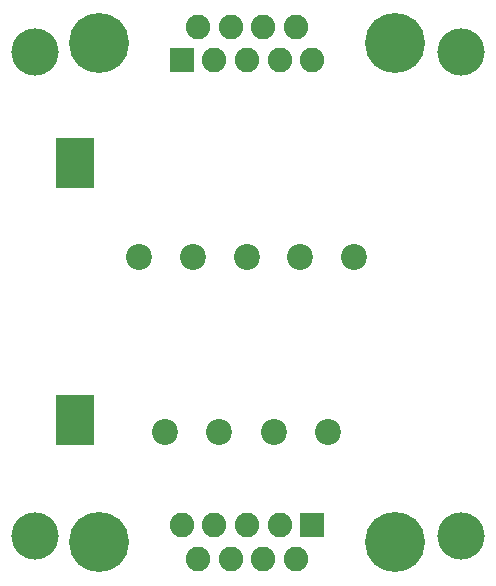
<source format=gbs>
G04 DipTrace 3.3.1.3*
G04 LEDboxV0.2.gbs*
%MOMM*%
G04 #@! TF.FileFunction,Soldermask,Bot*
G04 #@! TF.Part,Single*
%ADD23C,5.08*%
%ADD29C,4.0*%
%ADD40C,2.20015*%
%ADD44C,2.07975*%
%ADD46R,2.07975X2.07975*%
%ADD48R,3.20015X4.20015*%
%FSLAX35Y35*%
G04*
G71*
G90*
G75*
G01*
G04 BotMask*
%LPD*%
D48*
X1031873Y1682750D3*
D46*
X3044750Y793750D3*
D44*
X2767750D3*
X2490750D3*
X2213750D3*
X1936750D3*
X2905750Y509750D3*
X2628750D3*
X2352750D3*
X2075750D3*
D23*
X3740750Y651750D3*
X1240750D3*
D46*
X1936750Y4730753D3*
D44*
X2213750D3*
X2490750D3*
X2767750D3*
X3044750D3*
X2075750Y5014753D3*
X2352750D3*
X2628750D3*
X2905750D3*
D23*
X1240750Y4872753D3*
X3740750D3*
D40*
X2031003Y3067843D3*
X1574593D3*
X3177973Y1585520D3*
X2717597D3*
X2257220D3*
X1796847D3*
X3400217Y3067843D3*
X2943813D3*
X2487407D3*
D48*
X1031873Y3857623D3*
D29*
X4300000Y4800000D3*
Y700000D3*
X700000Y4800000D3*
Y700000D3*
M02*

</source>
